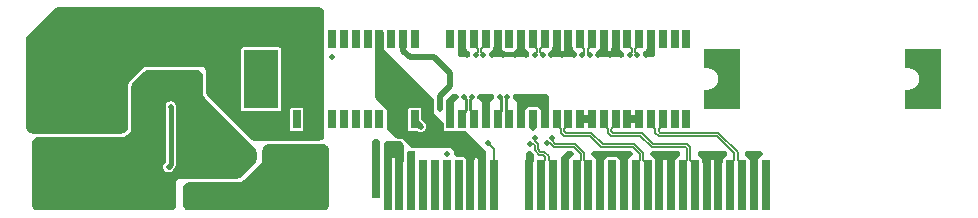
<source format=gbl>
G04 #@! TF.GenerationSoftware,KiCad,Pcbnew,7.0.10*
G04 #@! TF.CreationDate,2024-02-13T01:05:36+00:00*
G04 #@! TF.ProjectId,WYSE_5070_Riser,57595345-5f35-4303-9730-5f5269736572,rev?*
G04 #@! TF.SameCoordinates,Original*
G04 #@! TF.FileFunction,Copper,L4,Bot*
G04 #@! TF.FilePolarity,Positive*
%FSLAX46Y46*%
G04 Gerber Fmt 4.6, Leading zero omitted, Abs format (unit mm)*
G04 Created by KiCad (PCBNEW 7.0.10) date 2024-02-13 01:05:36*
%MOMM*%
%LPD*%
G01*
G04 APERTURE LIST*
G04 Aperture macros list*
%AMFreePoly0*
4,1,25,2.100000,0.900000,1.800000,0.900000,1.705665,0.897535,1.521119,0.858308,1.348761,0.781569,1.196124,0.670672,1.069880,0.530464,0.975545,0.367071,0.917243,0.187636,0.900000,0.023576,0.900000,-0.023576,0.917243,-0.187636,0.975545,-0.367071,1.069880,-0.530464,1.196124,-0.670672,1.348761,-0.781569,1.521119,-0.858308,1.705665,-0.897535,1.800000,-0.900000,2.100000,-0.900000,
2.100000,-2.500000,-0.900000,-2.500000,-0.900000,2.500000,2.100000,2.500000,2.100000,0.900000,2.100000,0.900000,$1*%
G04 Aperture macros list end*
G04 #@! TA.AperFunction,ConnectorPad*
%ADD10R,0.700000X3.200000*%
G04 #@! TD*
G04 #@! TA.AperFunction,ConnectorPad*
%ADD11R,0.700000X4.300000*%
G04 #@! TD*
G04 #@! TA.AperFunction,SMDPad,CuDef*
%ADD12FreePoly0,180.000000*%
G04 #@! TD*
G04 #@! TA.AperFunction,SMDPad,CuDef*
%ADD13R,0.700000X1.600000*%
G04 #@! TD*
G04 #@! TA.AperFunction,SMDPad,CuDef*
%ADD14R,3.000000X5.000000*%
G04 #@! TD*
G04 #@! TA.AperFunction,ViaPad*
%ADD15C,0.500000*%
G04 #@! TD*
G04 #@! TA.AperFunction,Conductor*
%ADD16C,0.149352*%
G04 #@! TD*
G04 #@! TA.AperFunction,Conductor*
%ADD17C,0.700000*%
G04 #@! TD*
G04 #@! TA.AperFunction,Conductor*
%ADD18C,0.200000*%
G04 #@! TD*
G04 #@! TA.AperFunction,Conductor*
%ADD19C,0.500000*%
G04 #@! TD*
G04 #@! TA.AperFunction,Conductor*
%ADD20C,0.248158*%
G04 #@! TD*
G04 #@! TA.AperFunction,Conductor*
%ADD21C,0.400000*%
G04 #@! TD*
G04 APERTURE END LIST*
D10*
X95100000Y-59400000D03*
D11*
X96100000Y-59950000D03*
X97100000Y-59950000D03*
X98100000Y-59950000D03*
X99100000Y-59950000D03*
X100100000Y-59950000D03*
X101100000Y-59950000D03*
X102100000Y-59950000D03*
X103100000Y-59950000D03*
X104100000Y-59950000D03*
X105100000Y-59950000D03*
X108100000Y-59950000D03*
X109100000Y-59950000D03*
X110100000Y-59950000D03*
X111100000Y-59950000D03*
X112100000Y-59950000D03*
X113100000Y-59950000D03*
X114100000Y-59950000D03*
X115100000Y-59950000D03*
X116100000Y-59950000D03*
X117100000Y-59950000D03*
X118100000Y-59950000D03*
X119100000Y-59950000D03*
X120100000Y-59950000D03*
X121100000Y-59950000D03*
X122100000Y-59950000D03*
X123100000Y-59950000D03*
X124100000Y-59950000D03*
X125100000Y-59950000D03*
X126100000Y-59950000D03*
X127100000Y-59950000D03*
X128100000Y-59950000D03*
D12*
X142000000Y-51000000D03*
D13*
X88400000Y-54400000D03*
X89400000Y-54400000D03*
X90400000Y-54400000D03*
X91400000Y-54400000D03*
X92400000Y-54400000D03*
X93400000Y-54400000D03*
X94400000Y-54400000D03*
X95400000Y-54400000D03*
X96400000Y-54400000D03*
X97400000Y-54400000D03*
X98400000Y-54400000D03*
X101400000Y-54400000D03*
X102400000Y-54400000D03*
X103400000Y-54400000D03*
X104400000Y-54400000D03*
X105400000Y-54400000D03*
X106400000Y-54400000D03*
X107400000Y-54400000D03*
X108400000Y-54400000D03*
X109400000Y-54400000D03*
X110400000Y-54400000D03*
X111400000Y-54400000D03*
X112400000Y-54400000D03*
X113400000Y-54400000D03*
X114400000Y-54400000D03*
X115400000Y-54400000D03*
X116400000Y-54400000D03*
X117400000Y-54400000D03*
X118400000Y-54400000D03*
X119400000Y-54400000D03*
X120400000Y-54400000D03*
X121400000Y-54400000D03*
X88400000Y-47600000D03*
X89400000Y-47600000D03*
X90400000Y-47600000D03*
X91400000Y-47600000D03*
X92400000Y-47600000D03*
X93400000Y-47600000D03*
X94400000Y-47600000D03*
X95400000Y-47600000D03*
X96400000Y-47600000D03*
X97400000Y-47600000D03*
X98400000Y-47600000D03*
X101400000Y-47600000D03*
X102400000Y-47600000D03*
X103400000Y-47600000D03*
X104400000Y-47600000D03*
X105400000Y-47600000D03*
X106400000Y-47600000D03*
X107400000Y-47600000D03*
X108400000Y-47600000D03*
X109400000Y-47600000D03*
X110400000Y-47600000D03*
X111400000Y-47600000D03*
X112400000Y-47600000D03*
X113400000Y-47600000D03*
X114400000Y-47600000D03*
X115400000Y-47600000D03*
X116400000Y-47600000D03*
X117400000Y-47600000D03*
X118400000Y-47600000D03*
X119400000Y-47600000D03*
X120400000Y-47600000D03*
X121400000Y-47600000D03*
D14*
X85400000Y-51000000D03*
D12*
X125000000Y-51000000D03*
D15*
X103586500Y-48900000D03*
X104213500Y-48900000D03*
X108586500Y-48900000D03*
X109213500Y-48900000D03*
X112586500Y-48905482D03*
X113213500Y-48905482D03*
X116586500Y-48900000D03*
X117213500Y-48900000D03*
X113950000Y-48900000D03*
X118600000Y-57300000D03*
X75000000Y-55000000D03*
X108400000Y-55150000D03*
X108100000Y-57300000D03*
X101850000Y-52500000D03*
X82500000Y-56000000D03*
X79500000Y-56000000D03*
X98100000Y-57300000D03*
X67000000Y-59600000D03*
X80500000Y-56000000D03*
X104850000Y-52500000D03*
X105900000Y-48900000D03*
X107850000Y-48900000D03*
X80500000Y-55000000D03*
X95100000Y-56350000D03*
X76000000Y-58100000D03*
X91400000Y-54400000D03*
X83500000Y-56000000D03*
X111850000Y-48900000D03*
X74500000Y-59600000D03*
X114600000Y-57300000D03*
X101100000Y-57300000D03*
X116400000Y-54400000D03*
X79500000Y-55000000D03*
X77000000Y-56000000D03*
X103950000Y-52500000D03*
X68500000Y-59600000D03*
X73000000Y-61100000D03*
X78500000Y-57000000D03*
X106950000Y-52500000D03*
X79500000Y-57000000D03*
X120400000Y-54400000D03*
X78500000Y-56000000D03*
X81500000Y-56000000D03*
X114900000Y-48900000D03*
X84500000Y-57000000D03*
X82500000Y-55000000D03*
X115850000Y-48900000D03*
X91400000Y-47600000D03*
X71500000Y-59600000D03*
X124600000Y-57300000D03*
X77000000Y-55000000D03*
X120600000Y-57300000D03*
X78500000Y-55000000D03*
X71500000Y-61100000D03*
X81500000Y-57000000D03*
X82500000Y-57000000D03*
X126600000Y-57300000D03*
X76000000Y-55000000D03*
X127600000Y-57300000D03*
X83500000Y-57000000D03*
X70000000Y-61100000D03*
X116600000Y-57300000D03*
X76000000Y-61100000D03*
X67000000Y-61100000D03*
X112400000Y-54400000D03*
X107850000Y-52500000D03*
X80500000Y-57000000D03*
X77000000Y-57000000D03*
X106900000Y-48900000D03*
X74500000Y-58100000D03*
X70000000Y-59600000D03*
X111600000Y-57300000D03*
X113600000Y-57300000D03*
X102850000Y-48900000D03*
X68500000Y-61100000D03*
X121400000Y-47600000D03*
X109950000Y-48900000D03*
X73000000Y-58100000D03*
X104950000Y-48900000D03*
X81500000Y-55000000D03*
X117950000Y-48900000D03*
X94400000Y-47600000D03*
X73000000Y-59600000D03*
X91400000Y-49100000D03*
X74500000Y-61100000D03*
X122600000Y-57300000D03*
X110900000Y-48900000D03*
X90500000Y-58500000D03*
X97100000Y-57300000D03*
X96100000Y-57300000D03*
X79000000Y-60250000D03*
X79000000Y-61500000D03*
X89000000Y-58500000D03*
X90500000Y-57000000D03*
X81000000Y-61500000D03*
X81000000Y-60250000D03*
X86000000Y-57000000D03*
X90500000Y-60000000D03*
X89000000Y-60000000D03*
X89000000Y-57000000D03*
X83000000Y-61500000D03*
X87500000Y-57000000D03*
X97100000Y-56600000D03*
X84000000Y-61500000D03*
X87500000Y-58500000D03*
X89000000Y-61500000D03*
X87500000Y-60000000D03*
X96100000Y-56600000D03*
X86000000Y-58500000D03*
X82000000Y-61500000D03*
X82000000Y-60250000D03*
X83000000Y-60250000D03*
X100100000Y-56050000D03*
X101100000Y-56050000D03*
X102100000Y-56400000D03*
X102100000Y-57300000D03*
X103100000Y-57300000D03*
X100100000Y-55000000D03*
X98900000Y-55000000D03*
X104600000Y-56400000D03*
X102586500Y-52500000D03*
X108139977Y-56433333D03*
X103213500Y-52500000D03*
X108583333Y-55989977D03*
X105586500Y-52500000D03*
X109578322Y-56371678D03*
X106213500Y-52500000D03*
X110021678Y-55928322D03*
X92400000Y-47600000D03*
X93400000Y-47600000D03*
X100550000Y-53550000D03*
X98400000Y-47600000D03*
X87400000Y-49100000D03*
X88400000Y-47600000D03*
X68500000Y-53300000D03*
X71500000Y-53300000D03*
X87400000Y-50600000D03*
X71500000Y-54800000D03*
X90400000Y-47600000D03*
X89400000Y-49100000D03*
X67000000Y-54800000D03*
X89400000Y-50600000D03*
X70000000Y-48800000D03*
X67000000Y-47300000D03*
X70000000Y-54800000D03*
X68500000Y-45800000D03*
X90400000Y-49100000D03*
X88400000Y-46100000D03*
X70000000Y-51800000D03*
X73000000Y-51800000D03*
X88400000Y-49100000D03*
X68500000Y-47300000D03*
X88400000Y-50600000D03*
X70000000Y-47300000D03*
X73000000Y-53300000D03*
X68500000Y-54800000D03*
X71500000Y-50300000D03*
X87400000Y-46100000D03*
X89400000Y-47600000D03*
X71500000Y-51800000D03*
X73000000Y-54800000D03*
X70000000Y-50300000D03*
X90400000Y-46100000D03*
X71500000Y-48800000D03*
X89400000Y-46100000D03*
X83250000Y-50800000D03*
X70000000Y-53300000D03*
X90400000Y-50600000D03*
X87400000Y-47600000D03*
X67000000Y-53300000D03*
X70000000Y-45800000D03*
X77550000Y-58400000D03*
X77750000Y-53300000D03*
D16*
X103761824Y-48411824D02*
X103761824Y-48724676D01*
X103761824Y-48724676D02*
X103586500Y-48900000D01*
X103400000Y-48050000D02*
X103761824Y-48411824D01*
X103400000Y-47600000D02*
X103400000Y-48050000D01*
X104038176Y-48724676D02*
X104213500Y-48900000D01*
X104400000Y-48050000D02*
X104038176Y-48411824D01*
X104038176Y-48411824D02*
X104038176Y-48724676D01*
X104400000Y-47600000D02*
X104400000Y-48050000D01*
X108400000Y-47600000D02*
X108400000Y-48050000D01*
X108761824Y-48411824D02*
X108761824Y-48724676D01*
X108761824Y-48724676D02*
X108586500Y-48900000D01*
X108400000Y-48050000D02*
X108761824Y-48411824D01*
X109400000Y-48050000D02*
X109038176Y-48411824D01*
X109038176Y-48411824D02*
X109038176Y-48724676D01*
X109038176Y-48724676D02*
X109213500Y-48900000D01*
X109400000Y-47600000D02*
X109400000Y-48050000D01*
X112400000Y-47600000D02*
X112400000Y-48050000D01*
X112761824Y-48411824D02*
X112761824Y-48730158D01*
X112400000Y-48050000D02*
X112761824Y-48411824D01*
X112761824Y-48730158D02*
X112586500Y-48905482D01*
X113038176Y-48730158D02*
X113213500Y-48905482D01*
X113400000Y-48050000D02*
X113038176Y-48411824D01*
X113038176Y-48411824D02*
X113038176Y-48730158D01*
X113400000Y-47600000D02*
X113400000Y-48050000D01*
X116761824Y-48724676D02*
X116586500Y-48900000D01*
X116761824Y-48411824D02*
X116761824Y-48724676D01*
X116400000Y-47600000D02*
X116400000Y-48050000D01*
X116400000Y-48050000D02*
X116761824Y-48411824D01*
X117400000Y-47600000D02*
X117400000Y-48050000D01*
X117038176Y-48724676D02*
X117213500Y-48900000D01*
X117400000Y-48050000D02*
X117038176Y-48411824D01*
X117038176Y-48411824D02*
X117038176Y-48724676D01*
D17*
X95100000Y-59400000D02*
X95100000Y-56350000D01*
X112400000Y-54400000D02*
X113400000Y-54400000D01*
X117400000Y-54400000D02*
X116400000Y-54400000D01*
D18*
X104600000Y-56400000D02*
X105100000Y-56900000D01*
D19*
X98900000Y-55000000D02*
X98400000Y-54500000D01*
D18*
X105100000Y-56900000D02*
X105100000Y-59950000D01*
D19*
X98400000Y-54500000D02*
X98400000Y-54400000D01*
D16*
X109234896Y-57389207D02*
X109461824Y-57616135D01*
D20*
X102400000Y-53950000D02*
X102712421Y-53637579D01*
D16*
X108387922Y-56433333D02*
X108539708Y-56585119D01*
X108920603Y-57389207D02*
X109234896Y-57389207D01*
X109461824Y-57788176D02*
X109100000Y-58150000D01*
X109461824Y-57616135D02*
X109461824Y-57788176D01*
D20*
X102400000Y-54400000D02*
X102400000Y-53950000D01*
D16*
X108139977Y-56433333D02*
X108387922Y-56433333D01*
X109100000Y-58150000D02*
X109100000Y-59950000D01*
D20*
X102712421Y-53637579D02*
X102712421Y-52625921D01*
D16*
X108539708Y-57008312D02*
X108920603Y-57389207D01*
X108539708Y-56585119D02*
X108539708Y-57008312D01*
D20*
X102712421Y-52625921D02*
X102586500Y-52500000D01*
D16*
X108816060Y-56893840D02*
X109035075Y-57112855D01*
X109349368Y-57112855D02*
X109738176Y-57501663D01*
D20*
X103400000Y-53950000D02*
X103087579Y-53637579D01*
X103087579Y-52625921D02*
X103213500Y-52500000D01*
D16*
X110100000Y-58150000D02*
X110100000Y-59950000D01*
X109035075Y-57112855D02*
X109349368Y-57112855D01*
D20*
X103400000Y-54400000D02*
X103400000Y-53950000D01*
D16*
X109738176Y-57501663D02*
X109738176Y-57788176D01*
X108583333Y-55989977D02*
X108583333Y-56237922D01*
D20*
X103087579Y-53637579D02*
X103087579Y-52625921D01*
D16*
X108583333Y-56237922D02*
X108816060Y-56470649D01*
X108816060Y-56470649D02*
X108816060Y-56893840D01*
X109738176Y-57788176D02*
X110100000Y-58150000D01*
X110192765Y-56738176D02*
X109826267Y-56371678D01*
D20*
X105400000Y-54400000D02*
X105400000Y-53950000D01*
D16*
X112461824Y-57357236D02*
X111842764Y-56738176D01*
X111842764Y-56738176D02*
X110192765Y-56738176D01*
X112461824Y-57788176D02*
X112461824Y-57357236D01*
X109826267Y-56371678D02*
X109578322Y-56371678D01*
D20*
X105400000Y-53950000D02*
X105712421Y-53637579D01*
D16*
X112100000Y-59950000D02*
X112100000Y-58150000D01*
X112100000Y-58150000D02*
X112461824Y-57788176D01*
D20*
X105712421Y-52625921D02*
X105586500Y-52500000D01*
X105712421Y-53637579D02*
X105712421Y-52625921D01*
X106087579Y-52625921D02*
X106213500Y-52500000D01*
D16*
X111957236Y-56461824D02*
X110307235Y-56461824D01*
X113100000Y-59950000D02*
X113100000Y-58150000D01*
D20*
X106400000Y-53950000D02*
X106087579Y-53637579D01*
X106087579Y-53637579D02*
X106087579Y-52625921D01*
D16*
X112738176Y-57788176D02*
X112738176Y-57242764D01*
X112738176Y-57242764D02*
X111957236Y-56461824D01*
D20*
X106400000Y-54400000D02*
X106400000Y-53950000D01*
D16*
X110021678Y-56176267D02*
X110021678Y-55928322D01*
X113100000Y-58150000D02*
X112738176Y-57788176D01*
X110307235Y-56461824D02*
X110021678Y-56176267D01*
X110400000Y-54850000D02*
X110761824Y-55211824D01*
X117461824Y-57788176D02*
X117100000Y-58150000D01*
X110761824Y-55507236D02*
X111042764Y-55788176D01*
X117100000Y-58150000D02*
X117100000Y-59950000D01*
X111042764Y-55788176D02*
X113242764Y-55788176D01*
X116842764Y-56738176D02*
X117461824Y-57357236D01*
X114192764Y-56738176D02*
X116842764Y-56738176D01*
X110400000Y-54400000D02*
X110400000Y-54850000D01*
X113242764Y-55788176D02*
X114192764Y-56738176D01*
X117461824Y-57357236D02*
X117461824Y-57788176D01*
X110761824Y-55211824D02*
X110761824Y-55507236D01*
X118100000Y-58150000D02*
X118100000Y-59950000D01*
X117738176Y-57242764D02*
X117738176Y-57788176D01*
X113357236Y-55511824D02*
X114307236Y-56461824D01*
X111400000Y-54850000D02*
X111038176Y-55211824D01*
X117738176Y-57788176D02*
X118100000Y-58150000D01*
X114307236Y-56461824D02*
X116957236Y-56461824D01*
X111157236Y-55511824D02*
X113357236Y-55511824D01*
X111400000Y-54400000D02*
X111400000Y-54850000D01*
X116957236Y-56461824D02*
X117738176Y-57242764D01*
X111038176Y-55211824D02*
X111038176Y-55392764D01*
X111038176Y-55392764D02*
X111157236Y-55511824D01*
X114761824Y-55507236D02*
X115042764Y-55788176D01*
X121461824Y-57788176D02*
X121100000Y-58150000D01*
X114761824Y-55211824D02*
X114761824Y-55507236D01*
X115042764Y-55788176D02*
X117492764Y-55788176D01*
X121461824Y-56857236D02*
X121461824Y-57788176D01*
X114400000Y-54400000D02*
X114400000Y-54850000D01*
X118442764Y-56738176D02*
X121342764Y-56738176D01*
X114400000Y-54850000D02*
X114761824Y-55211824D01*
X121100000Y-58150000D02*
X121100000Y-59950000D01*
X117492764Y-55788176D02*
X118442764Y-56738176D01*
X121342764Y-56738176D02*
X121461824Y-56857236D01*
X122100000Y-58150000D02*
X122100000Y-59950000D01*
X115157236Y-55511824D02*
X117607236Y-55511824D01*
X115400000Y-54400000D02*
X115400000Y-54850000D01*
X121738176Y-57788176D02*
X122100000Y-58150000D01*
X121457236Y-56461824D02*
X121738176Y-56742764D01*
X115038176Y-55211824D02*
X115038176Y-55392764D01*
X117607236Y-55511824D02*
X118557236Y-56461824D01*
X115038176Y-55392764D02*
X115157236Y-55511824D01*
X115400000Y-54850000D02*
X115038176Y-55211824D01*
X121738176Y-56742764D02*
X121738176Y-57788176D01*
X118557236Y-56461824D02*
X121457236Y-56461824D01*
X118400000Y-54850000D02*
X118761824Y-55211824D01*
X119042764Y-55788176D02*
X123992764Y-55788176D01*
X123992764Y-55788176D02*
X125461824Y-57257236D01*
X118761824Y-55211824D02*
X118761824Y-55507236D01*
X118761824Y-55507236D02*
X119042764Y-55788176D01*
X118400000Y-54400000D02*
X118400000Y-54850000D01*
X125461824Y-57257236D02*
X125461824Y-57788176D01*
X125461824Y-57788176D02*
X125100000Y-58150000D01*
X125100000Y-58150000D02*
X125100000Y-59950000D01*
X119157236Y-55511824D02*
X124107236Y-55511824D01*
X125738176Y-57788176D02*
X126100000Y-58150000D01*
X126100000Y-58150000D02*
X126100000Y-59950000D01*
X119038176Y-55211824D02*
X119038176Y-55392764D01*
X119400000Y-54850000D02*
X119038176Y-55211824D01*
X124107236Y-55511824D02*
X125738176Y-57142764D01*
X119038176Y-55392764D02*
X119157236Y-55511824D01*
X125738176Y-57142764D02*
X125738176Y-57788176D01*
X119400000Y-54400000D02*
X119400000Y-54850000D01*
D19*
X101400000Y-51550000D02*
X101400000Y-50500000D01*
X100550000Y-52400000D02*
X101400000Y-51550000D01*
X100050000Y-49150000D02*
X97950000Y-49150000D01*
X101400000Y-50500000D02*
X100050000Y-49150000D01*
X97400000Y-48600000D02*
X97400000Y-47400000D01*
X100550000Y-53550000D02*
X100550000Y-52400000D01*
X97950000Y-49150000D02*
X97400000Y-48600000D01*
D21*
X77750000Y-58200000D02*
X77550000Y-58400000D01*
X77750000Y-53300000D02*
X77750000Y-58200000D01*
G04 #@! TA.AperFunction,Conductor*
G36*
X98367183Y-57068907D02*
G01*
X98378996Y-57078996D01*
X98421004Y-57121004D01*
X98448781Y-57175521D01*
X98450000Y-57191008D01*
X98450000Y-58001000D01*
X98431093Y-58059191D01*
X98381593Y-58095155D01*
X98351000Y-58100000D01*
X97849000Y-58100000D01*
X97790809Y-58081093D01*
X97754845Y-58031593D01*
X97750000Y-58001000D01*
X97750000Y-57191008D01*
X97768907Y-57132817D01*
X97778996Y-57121004D01*
X97821004Y-57078996D01*
X97875521Y-57051219D01*
X97891008Y-57050000D01*
X98308992Y-57050000D01*
X98367183Y-57068907D01*
G37*
G04 #@! TD.AperFunction*
G04 #@! TA.AperFunction,Conductor*
G36*
X110559561Y-48101902D02*
G01*
X110607222Y-48111382D01*
X110642908Y-48126163D01*
X110675050Y-48147640D01*
X110702359Y-48174949D01*
X110719513Y-48200621D01*
X110723835Y-48207089D01*
X110738616Y-48242775D01*
X110748097Y-48290436D01*
X110750000Y-48309751D01*
X110750000Y-48450000D01*
X110770096Y-48525000D01*
X110825000Y-48579904D01*
X110900000Y-48600000D01*
X110975000Y-48579904D01*
X111029904Y-48525000D01*
X111050000Y-48450000D01*
X111050000Y-48309751D01*
X111051902Y-48290438D01*
X111057353Y-48263034D01*
X111061382Y-48242775D01*
X111076162Y-48207092D01*
X111097642Y-48174946D01*
X111124946Y-48147642D01*
X111157092Y-48126162D01*
X111192775Y-48111382D01*
X111233043Y-48103373D01*
X111240439Y-48101902D01*
X111259752Y-48100000D01*
X111586965Y-48100000D01*
X111612587Y-48103373D01*
X111649375Y-48113230D01*
X111693757Y-48138853D01*
X111711146Y-48156242D01*
X111736768Y-48200621D01*
X111746626Y-48237409D01*
X111750000Y-48263034D01*
X111750000Y-48317160D01*
X111765223Y-48393694D01*
X111808578Y-48458578D01*
X112034528Y-48684528D01*
X112046840Y-48699531D01*
X112073835Y-48739932D01*
X112088616Y-48775618D01*
X112098097Y-48823279D01*
X112100000Y-48842594D01*
X112100000Y-48969535D01*
X112098097Y-48988851D01*
X112090845Y-49025305D01*
X112076064Y-49060990D01*
X112060940Y-49083625D01*
X112033625Y-49110940D01*
X112010990Y-49126064D01*
X111975306Y-49140845D01*
X111938853Y-49148097D01*
X111919536Y-49150000D01*
X109880464Y-49150000D01*
X109861148Y-49148097D01*
X109824694Y-49140845D01*
X109789009Y-49126064D01*
X109766374Y-49110940D01*
X109739059Y-49083625D01*
X109723935Y-49060990D01*
X109709153Y-49025303D01*
X109701902Y-48988849D01*
X109700000Y-48969535D01*
X109700000Y-48842594D01*
X109701902Y-48823281D01*
X109711382Y-48775620D01*
X109726162Y-48739935D01*
X109753164Y-48699524D01*
X109765472Y-48684528D01*
X109991413Y-48458587D01*
X109991421Y-48458579D01*
X110034776Y-48393694D01*
X110050000Y-48317157D01*
X110050000Y-48263034D01*
X110053373Y-48237412D01*
X110063230Y-48200624D01*
X110088851Y-48156244D01*
X110106244Y-48138851D01*
X110150623Y-48113230D01*
X110160732Y-48110521D01*
X110187413Y-48103373D01*
X110213035Y-48100000D01*
X110540248Y-48100000D01*
X110559561Y-48101902D01*
G37*
G04 #@! TD.AperFunction*
G04 #@! TA.AperFunction,Conductor*
G36*
X102612587Y-48103373D02*
G01*
X102649375Y-48113230D01*
X102693757Y-48138853D01*
X102711146Y-48156242D01*
X102736768Y-48200621D01*
X102746626Y-48237409D01*
X102750000Y-48263034D01*
X102750000Y-48317160D01*
X102765223Y-48393694D01*
X102794314Y-48437230D01*
X102809097Y-48472918D01*
X102814034Y-48497741D01*
X102869397Y-48580599D01*
X102869402Y-48580604D01*
X102952260Y-48635966D01*
X102964878Y-48638476D01*
X103015570Y-48665570D01*
X103034528Y-48684528D01*
X103046840Y-48699531D01*
X103073835Y-48739932D01*
X103088617Y-48775622D01*
X103091183Y-48788524D01*
X103092078Y-48821923D01*
X103086977Y-48857405D01*
X103084201Y-48876718D01*
X103080853Y-48900003D01*
X103087234Y-48944385D01*
X103076801Y-49004674D01*
X103071557Y-49013476D01*
X103046839Y-49050469D01*
X103034528Y-49065471D01*
X103015471Y-49084528D01*
X103000468Y-49096840D01*
X102960067Y-49123835D01*
X102924381Y-49138616D01*
X102876720Y-49148097D01*
X102857405Y-49150000D01*
X102342595Y-49150000D01*
X102323281Y-49148098D01*
X102307313Y-49144921D01*
X102275618Y-49138617D01*
X102239932Y-49123835D01*
X102199531Y-49096840D01*
X102184528Y-49084528D01*
X102115471Y-49015471D01*
X102103159Y-49000468D01*
X102076164Y-48960067D01*
X102061382Y-48924379D01*
X102051902Y-48876718D01*
X102050000Y-48857405D01*
X102050000Y-48309751D01*
X102051902Y-48290438D01*
X102057353Y-48263034D01*
X102061382Y-48242775D01*
X102076162Y-48207092D01*
X102097642Y-48174946D01*
X102124946Y-48147642D01*
X102157092Y-48126162D01*
X102192775Y-48111382D01*
X102233043Y-48103373D01*
X102240439Y-48101902D01*
X102259752Y-48100000D01*
X102586965Y-48100000D01*
X102612587Y-48103373D01*
G37*
G04 #@! TD.AperFunction*
G04 #@! TA.AperFunction,Conductor*
G36*
X90656433Y-56500847D02*
G01*
X90671739Y-56502862D01*
X90766489Y-56515336D01*
X90791447Y-56522023D01*
X90887960Y-56562000D01*
X90910336Y-56574918D01*
X90993216Y-56638515D01*
X91011484Y-56656783D01*
X91075079Y-56739660D01*
X91088001Y-56762042D01*
X91127975Y-56858548D01*
X91134664Y-56883512D01*
X91148653Y-56989768D01*
X91149500Y-57002690D01*
X91149500Y-61597308D01*
X91148653Y-61610230D01*
X91134664Y-61716487D01*
X91127975Y-61741451D01*
X91088001Y-61837957D01*
X91075079Y-61860339D01*
X91011487Y-61943213D01*
X90993213Y-61961487D01*
X90910339Y-62025079D01*
X90887957Y-62038001D01*
X90791451Y-62077975D01*
X90766487Y-62084664D01*
X90660232Y-62098653D01*
X90647310Y-62099500D01*
X79309797Y-62099500D01*
X79296875Y-62098653D01*
X79190619Y-62084664D01*
X79165655Y-62077975D01*
X79069147Y-62038000D01*
X79046766Y-62025078D01*
X78958706Y-61957507D01*
X78948969Y-61948969D01*
X78901030Y-61901030D01*
X78892492Y-61891293D01*
X78824921Y-61803233D01*
X78811999Y-61780852D01*
X78790691Y-61729410D01*
X78772023Y-61684340D01*
X78765336Y-61659382D01*
X78750847Y-61549325D01*
X78750000Y-61536404D01*
X78750000Y-60263595D01*
X78750847Y-60250674D01*
X78752511Y-60238030D01*
X78765336Y-60140615D01*
X78772022Y-60115661D01*
X78812002Y-60019141D01*
X78824918Y-59996771D01*
X78892499Y-59908697D01*
X78901022Y-59898977D01*
X78948977Y-59851022D01*
X78958697Y-59842499D01*
X79046771Y-59774918D01*
X79069141Y-59762002D01*
X79165661Y-59722022D01*
X79190615Y-59715336D01*
X79288030Y-59702511D01*
X79300674Y-59700847D01*
X79313595Y-59700000D01*
X83542892Y-59700000D01*
X83542893Y-59700000D01*
X83672303Y-59682963D01*
X83792893Y-59633013D01*
X83896447Y-59553553D01*
X85353553Y-58096447D01*
X85433013Y-57992893D01*
X85482963Y-57872303D01*
X85500000Y-57742893D01*
X85500000Y-57006488D01*
X85500847Y-56993567D01*
X85502511Y-56980923D01*
X85515336Y-56883508D01*
X85522022Y-56858554D01*
X85562001Y-56762035D01*
X85574916Y-56739666D01*
X85638518Y-56656779D01*
X85656779Y-56638518D01*
X85739666Y-56574916D01*
X85762035Y-56562001D01*
X85858554Y-56522022D01*
X85883508Y-56515336D01*
X85980923Y-56502511D01*
X85993567Y-56500847D01*
X86006488Y-56500000D01*
X90643512Y-56500000D01*
X90656433Y-56500847D01*
G37*
G04 #@! TD.AperFunction*
G04 #@! TA.AperFunction,Conductor*
G36*
X108168139Y-57051902D02*
G01*
X108177531Y-57053770D01*
X108213220Y-57068552D01*
X108221179Y-57073870D01*
X108236182Y-57086182D01*
X108303444Y-57153444D01*
X108315753Y-57168443D01*
X108319735Y-57174402D01*
X108319736Y-57174407D01*
X108319738Y-57174407D01*
X108341317Y-57206703D01*
X108356181Y-57216634D01*
X108371183Y-57228945D01*
X108420407Y-57278169D01*
X108447499Y-57328851D01*
X108448096Y-57331851D01*
X108450000Y-57351173D01*
X108450000Y-57980308D01*
X108442463Y-58018197D01*
X108436402Y-58032828D01*
X108396663Y-58079352D01*
X108382830Y-58086401D01*
X108375448Y-58089458D01*
X108368197Y-58092462D01*
X108330309Y-58100000D01*
X107949500Y-58100000D01*
X107891309Y-58081093D01*
X107855345Y-58031593D01*
X107850500Y-58001000D01*
X107850500Y-57240508D01*
X107869407Y-57182317D01*
X107879496Y-57170505D01*
X107963817Y-57086183D01*
X107978815Y-57073874D01*
X107986781Y-57068550D01*
X108022467Y-57053770D01*
X108031865Y-57051900D01*
X108051173Y-57050000D01*
X108148827Y-57050000D01*
X108168139Y-57051902D01*
G37*
G04 #@! TD.AperFunction*
G04 #@! TA.AperFunction,Conductor*
G36*
X96942778Y-56251071D02*
G01*
X96953141Y-56252609D01*
X96972455Y-56254511D01*
X96992595Y-56255500D01*
X97185056Y-56255500D01*
X97204369Y-56257402D01*
X97224379Y-56261382D01*
X97260066Y-56276163D01*
X97300470Y-56303161D01*
X97315471Y-56315471D01*
X97384528Y-56384528D01*
X97396840Y-56399531D01*
X97423835Y-56439932D01*
X97438616Y-56475618D01*
X97448097Y-56523279D01*
X97450000Y-56542594D01*
X97450000Y-57890248D01*
X97448097Y-57909563D01*
X97438616Y-57957224D01*
X97423835Y-57992910D01*
X97402362Y-58025047D01*
X97375047Y-58052362D01*
X97342910Y-58073835D01*
X97307224Y-58088616D01*
X97259563Y-58098097D01*
X97240248Y-58100000D01*
X96959752Y-58100000D01*
X96940438Y-58098098D01*
X96924470Y-58094921D01*
X96892775Y-58088617D01*
X96857089Y-58073835D01*
X96856330Y-58073328D01*
X96824949Y-58052359D01*
X96797640Y-58025050D01*
X96776163Y-57992908D01*
X96761382Y-57957222D01*
X96751902Y-57909561D01*
X96750000Y-57890248D01*
X96750000Y-57750001D01*
X96750000Y-57750000D01*
X96729904Y-57675000D01*
X96675000Y-57620096D01*
X96600000Y-57600000D01*
X96525000Y-57620096D01*
X96470096Y-57675000D01*
X96450000Y-57750001D01*
X96450000Y-57890248D01*
X96448097Y-57909563D01*
X96438616Y-57957224D01*
X96423835Y-57992910D01*
X96402362Y-58025047D01*
X96375047Y-58052362D01*
X96342910Y-58073835D01*
X96307224Y-58088616D01*
X96259563Y-58098097D01*
X96240248Y-58100000D01*
X95959752Y-58100000D01*
X95940438Y-58098098D01*
X95924470Y-58094921D01*
X95892775Y-58088617D01*
X95857089Y-58073835D01*
X95856330Y-58073328D01*
X95824949Y-58052359D01*
X95797640Y-58025050D01*
X95776163Y-57992908D01*
X95761382Y-57957222D01*
X95751902Y-57909561D01*
X95750000Y-57890248D01*
X95750000Y-56542594D01*
X95751902Y-56523281D01*
X95761382Y-56475620D01*
X95776162Y-56439935D01*
X95803164Y-56399524D01*
X95815466Y-56384533D01*
X95884533Y-56315466D01*
X95899524Y-56303164D01*
X95939935Y-56276162D01*
X95975618Y-56261382D01*
X96000864Y-56256360D01*
X96023282Y-56251902D01*
X96042595Y-56250000D01*
X96928251Y-56250000D01*
X96942778Y-56251071D01*
G37*
G04 #@! TD.AperFunction*
G04 #@! TA.AperFunction,Conductor*
G36*
X120717183Y-57068907D02*
G01*
X120728996Y-57078996D01*
X120821004Y-57171004D01*
X120848781Y-57225521D01*
X120850000Y-57241008D01*
X120850000Y-57358992D01*
X120831093Y-57417183D01*
X120821004Y-57428995D01*
X120450000Y-57799999D01*
X120450000Y-58001000D01*
X120431093Y-58059191D01*
X120381593Y-58095155D01*
X120351000Y-58100000D01*
X119849000Y-58100000D01*
X119790809Y-58081093D01*
X119754845Y-58031593D01*
X119750000Y-58001000D01*
X119750000Y-57800001D01*
X119750000Y-57800000D01*
X119749999Y-57800000D01*
X119450001Y-57800000D01*
X119450000Y-57800000D01*
X119450000Y-57800001D01*
X119450000Y-58001000D01*
X119431093Y-58059191D01*
X119381593Y-58095155D01*
X119351000Y-58100000D01*
X118849000Y-58100000D01*
X118790809Y-58081093D01*
X118754845Y-58031593D01*
X118750000Y-58001000D01*
X118750000Y-57800000D01*
X118749999Y-57799999D01*
X118378996Y-57428995D01*
X118351219Y-57374479D01*
X118350000Y-57358992D01*
X118350000Y-57241008D01*
X118368907Y-57182817D01*
X118378996Y-57171004D01*
X118471004Y-57078996D01*
X118525521Y-57051219D01*
X118541008Y-57050000D01*
X120658992Y-57050000D01*
X120717183Y-57068907D01*
G37*
G04 #@! TD.AperFunction*
G04 #@! TA.AperFunction,Conductor*
G36*
X104967183Y-52268907D02*
G01*
X104978996Y-52278996D01*
X105071004Y-52371004D01*
X105098781Y-52425521D01*
X105100000Y-52441008D01*
X105100000Y-52558992D01*
X105081093Y-52617183D01*
X105071004Y-52628995D01*
X104750000Y-52949999D01*
X104750000Y-53801000D01*
X104731093Y-53859191D01*
X104681593Y-53895155D01*
X104651000Y-53900000D01*
X104149000Y-53900000D01*
X104090809Y-53881093D01*
X104054845Y-53831593D01*
X104050000Y-53801000D01*
X104050000Y-52950000D01*
X104049999Y-52949999D01*
X103728996Y-52628995D01*
X103701219Y-52574479D01*
X103700000Y-52558992D01*
X103700000Y-52441008D01*
X103718907Y-52382817D01*
X103728996Y-52371004D01*
X103821004Y-52278996D01*
X103875521Y-52251219D01*
X103891008Y-52250000D01*
X104908992Y-52250000D01*
X104967183Y-52268907D01*
G37*
G04 #@! TD.AperFunction*
G04 #@! TA.AperFunction,Conductor*
G36*
X95559561Y-46801902D02*
G01*
X95607222Y-46811382D01*
X95642908Y-46826163D01*
X95675050Y-46847640D01*
X95702359Y-46874949D01*
X95723328Y-46906330D01*
X95723835Y-46907089D01*
X95738616Y-46942775D01*
X95748097Y-46990436D01*
X95750000Y-47009751D01*
X95750000Y-48317160D01*
X95765223Y-48393694D01*
X95808578Y-48458578D01*
X99984528Y-52634528D01*
X99996840Y-52649531D01*
X100023835Y-52689932D01*
X100038616Y-52725618D01*
X100048097Y-52773279D01*
X100050000Y-52792594D01*
X100050000Y-53767160D01*
X100065223Y-53843694D01*
X100108578Y-53908578D01*
X100784528Y-54584528D01*
X100796840Y-54599531D01*
X100823835Y-54639932D01*
X100838616Y-54675618D01*
X100847597Y-54720765D01*
X100849500Y-54740080D01*
X100849500Y-55219744D01*
X100849523Y-55219978D01*
X100849960Y-55228890D01*
X100850000Y-55229297D01*
X100862994Y-55294614D01*
X100862996Y-55294619D01*
X100896357Y-55344548D01*
X100900000Y-55350000D01*
X100955383Y-55387005D01*
X100977256Y-55391356D01*
X101020702Y-55399999D01*
X101020709Y-55399999D01*
X101020711Y-55400000D01*
X101020712Y-55400000D01*
X101021110Y-55400039D01*
X101030012Y-55400476D01*
X101030248Y-55400499D01*
X101030252Y-55400500D01*
X101030256Y-55400500D01*
X101769744Y-55400500D01*
X101769748Y-55400500D01*
X101769751Y-55400499D01*
X101769988Y-55400476D01*
X101779689Y-55400000D01*
X102020311Y-55400000D01*
X102030012Y-55400476D01*
X102030248Y-55400499D01*
X102030252Y-55400500D01*
X102030256Y-55400500D01*
X102659919Y-55400500D01*
X102679232Y-55402402D01*
X102724379Y-55411382D01*
X102760066Y-55426163D01*
X102800470Y-55453161D01*
X102815471Y-55465471D01*
X104384528Y-57034528D01*
X104396840Y-57049531D01*
X104423835Y-57089932D01*
X104438616Y-57125618D01*
X104448097Y-57173279D01*
X104450000Y-57192594D01*
X104450000Y-57936965D01*
X104446626Y-57962590D01*
X104436768Y-57999378D01*
X104411146Y-58043757D01*
X104393757Y-58061146D01*
X104349378Y-58086768D01*
X104312590Y-58096626D01*
X104286965Y-58100000D01*
X103959752Y-58100000D01*
X103940438Y-58098098D01*
X103924470Y-58094921D01*
X103892775Y-58088617D01*
X103857089Y-58073835D01*
X103856330Y-58073328D01*
X103824949Y-58052359D01*
X103797640Y-58025050D01*
X103776163Y-57992908D01*
X103761382Y-57957222D01*
X103751902Y-57909561D01*
X103750000Y-57890248D01*
X103750000Y-57800001D01*
X103750000Y-57800000D01*
X103729904Y-57725000D01*
X103675000Y-57670096D01*
X103600000Y-57650000D01*
X103525000Y-57670096D01*
X103470096Y-57725000D01*
X103450000Y-57800001D01*
X103450000Y-57890248D01*
X103448097Y-57909563D01*
X103438616Y-57957224D01*
X103423835Y-57992910D01*
X103402362Y-58025047D01*
X103375047Y-58052362D01*
X103342910Y-58073835D01*
X103307224Y-58088616D01*
X103259563Y-58098097D01*
X103240248Y-58100000D01*
X102913035Y-58100000D01*
X102887411Y-58096626D01*
X102850622Y-58086768D01*
X102806242Y-58061146D01*
X102788853Y-58043757D01*
X102763230Y-57999375D01*
X102753373Y-57962587D01*
X102750000Y-57936965D01*
X102750000Y-57882844D01*
X102749999Y-57882839D01*
X102734776Y-57806305D01*
X102691421Y-57741421D01*
X102558578Y-57608578D01*
X102493693Y-57565223D01*
X102493694Y-57565223D01*
X102417160Y-57550000D01*
X102417157Y-57550000D01*
X101959752Y-57550000D01*
X101940438Y-57548098D01*
X101924470Y-57544921D01*
X101892775Y-57538617D01*
X101857089Y-57523835D01*
X101856330Y-57523328D01*
X101824949Y-57502359D01*
X101797640Y-57475050D01*
X101776163Y-57442908D01*
X101761382Y-57407222D01*
X101751902Y-57359561D01*
X101750000Y-57340248D01*
X101750000Y-57182844D01*
X101749999Y-57182839D01*
X101748097Y-57173279D01*
X101734776Y-57106306D01*
X101734776Y-57106305D01*
X101691421Y-57041421D01*
X101508578Y-56858578D01*
X101443693Y-56815223D01*
X101443694Y-56815223D01*
X101367160Y-56800000D01*
X101367157Y-56800000D01*
X98242595Y-56800000D01*
X98223281Y-56798098D01*
X98207313Y-56794921D01*
X98175618Y-56788617D01*
X98139932Y-56773835D01*
X98099531Y-56746840D01*
X98084528Y-56734528D01*
X97458578Y-56108578D01*
X97393693Y-56065223D01*
X97393694Y-56065223D01*
X97317160Y-56050000D01*
X97317157Y-56050000D01*
X96992595Y-56050000D01*
X96973281Y-56048098D01*
X96957313Y-56044921D01*
X96925618Y-56038617D01*
X96889932Y-56023835D01*
X96849531Y-55996840D01*
X96834528Y-55984528D01*
X96115471Y-55265471D01*
X96103159Y-55250468D01*
X96082786Y-55219978D01*
X96082631Y-55219746D01*
X97849500Y-55219746D01*
X97849501Y-55219758D01*
X97861132Y-55278227D01*
X97861134Y-55278233D01*
X97905445Y-55344548D01*
X97905448Y-55344552D01*
X97971769Y-55388867D01*
X98016231Y-55397711D01*
X98030241Y-55400498D01*
X98030246Y-55400498D01*
X98030252Y-55400500D01*
X98660848Y-55400500D01*
X98703581Y-55413047D01*
X98704488Y-55411062D01*
X98710925Y-55414001D01*
X98710927Y-55414001D01*
X98710931Y-55414004D01*
X98759684Y-55428318D01*
X98764416Y-55429840D01*
X98815301Y-55447646D01*
X98815304Y-55447646D01*
X98818440Y-55448240D01*
X98828170Y-55449825D01*
X98828219Y-55449492D01*
X98835228Y-55450500D01*
X98889700Y-55450500D01*
X98893402Y-55450569D01*
X98894768Y-55450620D01*
X98951010Y-55452725D01*
X98951016Y-55452723D01*
X98953541Y-55452439D01*
X98958837Y-55451353D01*
X98964767Y-55450500D01*
X98964772Y-55450500D01*
X99020655Y-55434091D01*
X99022819Y-55433483D01*
X99082187Y-55417576D01*
X99082194Y-55417571D01*
X99084859Y-55416409D01*
X99087764Y-55414842D01*
X99089067Y-55414004D01*
X99089069Y-55414004D01*
X99141319Y-55380424D01*
X99141915Y-55380044D01*
X99197175Y-55345324D01*
X99240879Y-55294536D01*
X99240992Y-55294407D01*
X99279065Y-55250468D01*
X99282882Y-55246063D01*
X99282882Y-55246061D01*
X99284942Y-55243685D01*
X99285753Y-55242393D01*
X99285758Y-55242388D01*
X99311052Y-55184410D01*
X99311721Y-55182912D01*
X99336697Y-55128226D01*
X99336698Y-55128213D01*
X99337259Y-55126308D01*
X99339380Y-55120471D01*
X99340063Y-55117920D01*
X99340065Y-55117916D01*
X99346729Y-55058754D01*
X99347104Y-55055836D01*
X99355133Y-55000000D01*
X99355133Y-54999997D01*
X99355133Y-54992914D01*
X99355750Y-54992914D01*
X99355710Y-54990371D01*
X99355547Y-54990378D01*
X99355270Y-54982963D01*
X99344903Y-54928172D01*
X99344189Y-54923885D01*
X99336697Y-54871774D01*
X99336695Y-54871771D01*
X99334702Y-54864980D01*
X99334770Y-54864959D01*
X99330256Y-54850757D01*
X99330024Y-54849529D01*
X99305712Y-54803529D01*
X99303187Y-54798398D01*
X99299916Y-54791237D01*
X99282882Y-54753937D01*
X99281625Y-54752486D01*
X99268921Y-54733919D01*
X99266566Y-54729463D01*
X99257868Y-54720765D01*
X99232434Y-54695330D01*
X99227619Y-54690158D01*
X99198051Y-54656034D01*
X99193253Y-54652951D01*
X99176775Y-54639672D01*
X98979496Y-54442393D01*
X98951719Y-54387876D01*
X98950500Y-54372389D01*
X98950500Y-53580253D01*
X98950498Y-53580241D01*
X98942776Y-53541421D01*
X98938867Y-53521769D01*
X98894552Y-53455448D01*
X98844499Y-53422003D01*
X98828233Y-53411134D01*
X98828231Y-53411133D01*
X98828228Y-53411132D01*
X98828227Y-53411132D01*
X98769758Y-53399501D01*
X98769748Y-53399500D01*
X98030252Y-53399500D01*
X98030251Y-53399500D01*
X98030241Y-53399501D01*
X97971772Y-53411132D01*
X97971766Y-53411134D01*
X97905451Y-53455445D01*
X97905445Y-53455451D01*
X97861134Y-53521766D01*
X97861132Y-53521772D01*
X97849501Y-53580241D01*
X97849500Y-53580253D01*
X97849500Y-55219746D01*
X96082631Y-55219746D01*
X96076163Y-55210066D01*
X96061382Y-55174379D01*
X96051902Y-55126718D01*
X96050000Y-55107405D01*
X96050000Y-53682844D01*
X96049999Y-53682839D01*
X96034776Y-53606305D01*
X95991421Y-53541421D01*
X95115471Y-52665471D01*
X95103159Y-52650468D01*
X95092508Y-52634528D01*
X95076163Y-52610066D01*
X95061382Y-52574379D01*
X95051902Y-52526718D01*
X95050000Y-52507405D01*
X95050000Y-47009751D01*
X95051902Y-46990438D01*
X95061382Y-46942777D01*
X95076162Y-46907092D01*
X95097642Y-46874946D01*
X95124946Y-46847642D01*
X95157092Y-46826162D01*
X95192775Y-46811382D01*
X95218021Y-46806360D01*
X95240439Y-46801902D01*
X95259752Y-46800000D01*
X95540248Y-46800000D01*
X95559561Y-46801902D01*
G37*
G04 #@! TD.AperFunction*
G04 #@! TA.AperFunction,Conductor*
G36*
X116717183Y-57068907D02*
G01*
X116728996Y-57078996D01*
X116821004Y-57171004D01*
X116848781Y-57225521D01*
X116850000Y-57241008D01*
X116850000Y-57358992D01*
X116831093Y-57417183D01*
X116821004Y-57428995D01*
X116450000Y-57799999D01*
X116450000Y-58001000D01*
X116431093Y-58059191D01*
X116381593Y-58095155D01*
X116351000Y-58100000D01*
X115849000Y-58100000D01*
X115790809Y-58081093D01*
X115754845Y-58031593D01*
X115750000Y-58001000D01*
X115750000Y-57800001D01*
X115750000Y-57800000D01*
X115500000Y-57550000D01*
X115499999Y-57550000D01*
X114700001Y-57550000D01*
X114700000Y-57550000D01*
X114450000Y-57800000D01*
X114450000Y-57800001D01*
X114450000Y-58001000D01*
X114431093Y-58059191D01*
X114381593Y-58095155D01*
X114351000Y-58100000D01*
X113849000Y-58100000D01*
X113790809Y-58081093D01*
X113754845Y-58031593D01*
X113750000Y-58001000D01*
X113750000Y-57800000D01*
X113749999Y-57799999D01*
X113378996Y-57428995D01*
X113351219Y-57374479D01*
X113350000Y-57358992D01*
X113350000Y-57241008D01*
X113368907Y-57182817D01*
X113378996Y-57171004D01*
X113471004Y-57078996D01*
X113525521Y-57051219D01*
X113541008Y-57050000D01*
X116658992Y-57050000D01*
X116717183Y-57068907D01*
G37*
G04 #@! TD.AperFunction*
G04 #@! TA.AperFunction,Conductor*
G36*
X86340277Y-44900338D02*
G01*
X86342233Y-44900500D01*
X90247310Y-44900500D01*
X90260231Y-44901347D01*
X90273249Y-44903060D01*
X90366489Y-44915336D01*
X90391447Y-44922023D01*
X90487960Y-44962000D01*
X90510336Y-44974918D01*
X90593216Y-45038515D01*
X90611484Y-45056783D01*
X90675079Y-45139660D01*
X90688001Y-45162042D01*
X90727975Y-45258548D01*
X90734664Y-45283512D01*
X90749153Y-45393566D01*
X90750000Y-45406488D01*
X90750000Y-45800000D01*
X88050000Y-45800000D01*
X88050000Y-51600000D01*
X89050000Y-52600000D01*
X89050000Y-54200000D01*
X90750000Y-54200000D01*
X90750000Y-55693511D01*
X90749153Y-55706433D01*
X90734664Y-55816487D01*
X90727975Y-55841451D01*
X90688001Y-55937957D01*
X90675079Y-55960339D01*
X90611487Y-56043213D01*
X90593213Y-56061487D01*
X90510339Y-56125079D01*
X90487957Y-56138001D01*
X90391451Y-56177975D01*
X90366487Y-56184664D01*
X90256434Y-56199153D01*
X90243512Y-56200000D01*
X84863595Y-56200000D01*
X84850673Y-56199153D01*
X84740619Y-56184664D01*
X84715655Y-56177975D01*
X84619147Y-56138000D01*
X84596766Y-56125078D01*
X84508706Y-56057507D01*
X84498969Y-56048969D01*
X83669746Y-55219746D01*
X87849500Y-55219746D01*
X87849501Y-55219758D01*
X87861132Y-55278227D01*
X87861133Y-55278231D01*
X87905448Y-55344552D01*
X87971769Y-55388867D01*
X88016231Y-55397711D01*
X88030241Y-55400498D01*
X88030246Y-55400498D01*
X88030252Y-55400500D01*
X88030253Y-55400500D01*
X88769747Y-55400500D01*
X88769748Y-55400500D01*
X88828231Y-55388867D01*
X88894552Y-55344552D01*
X88938867Y-55278231D01*
X88950500Y-55219748D01*
X88950500Y-53580252D01*
X88950098Y-53578233D01*
X88947711Y-53566231D01*
X88938867Y-53521769D01*
X88894552Y-53455448D01*
X88894548Y-53455445D01*
X88828233Y-53411134D01*
X88828231Y-53411133D01*
X88828228Y-53411132D01*
X88828227Y-53411132D01*
X88769758Y-53399501D01*
X88769748Y-53399500D01*
X88030252Y-53399500D01*
X88030251Y-53399500D01*
X88030241Y-53399501D01*
X87971772Y-53411132D01*
X87971766Y-53411134D01*
X87905451Y-53455445D01*
X87905445Y-53455451D01*
X87861134Y-53521766D01*
X87861132Y-53521772D01*
X87849501Y-53580241D01*
X87849500Y-53580253D01*
X87849500Y-55219746D01*
X83669746Y-55219746D01*
X81969746Y-53519746D01*
X83699500Y-53519746D01*
X83699501Y-53519758D01*
X83711132Y-53578227D01*
X83711133Y-53578231D01*
X83755448Y-53644552D01*
X83821769Y-53688867D01*
X83866231Y-53697711D01*
X83880241Y-53700498D01*
X83880246Y-53700498D01*
X83880252Y-53700500D01*
X83880253Y-53700500D01*
X86919747Y-53700500D01*
X86919748Y-53700500D01*
X86978231Y-53688867D01*
X87044552Y-53644552D01*
X87088867Y-53578231D01*
X87100500Y-53519748D01*
X87100500Y-48480252D01*
X87088867Y-48421769D01*
X87044552Y-48355448D01*
X87044548Y-48355445D01*
X86978233Y-48311134D01*
X86978231Y-48311133D01*
X86978228Y-48311132D01*
X86978227Y-48311132D01*
X86919758Y-48299501D01*
X86919748Y-48299500D01*
X83880252Y-48299500D01*
X83880251Y-48299500D01*
X83880241Y-48299501D01*
X83821772Y-48311132D01*
X83821766Y-48311134D01*
X83755451Y-48355445D01*
X83755445Y-48355451D01*
X83711134Y-48421766D01*
X83711132Y-48421772D01*
X83699501Y-48480241D01*
X83699500Y-48480253D01*
X83699500Y-53519746D01*
X81969746Y-53519746D01*
X80851030Y-52401030D01*
X80842492Y-52391293D01*
X80774921Y-52303233D01*
X80761999Y-52280852D01*
X80722023Y-52184340D01*
X80715336Y-52159382D01*
X80700847Y-52049325D01*
X80700000Y-52036404D01*
X80700000Y-50291422D01*
X80700000Y-50291421D01*
X80674011Y-50160765D01*
X80600000Y-50050000D01*
X80489235Y-49975989D01*
X80358579Y-49950000D01*
X75657105Y-49950000D01*
X75527700Y-49967036D01*
X75527692Y-49967038D01*
X75407109Y-50016985D01*
X75407105Y-50016987D01*
X75303559Y-50096441D01*
X74296441Y-51103559D01*
X74216987Y-51207105D01*
X74216985Y-51207109D01*
X74167038Y-51327692D01*
X74167036Y-51327700D01*
X74150000Y-51457105D01*
X74150000Y-54936404D01*
X74149153Y-54949326D01*
X74134664Y-55059380D01*
X74127975Y-55084344D01*
X74088000Y-55180852D01*
X74075078Y-55203233D01*
X74007507Y-55291293D01*
X73998969Y-55301030D01*
X73851030Y-55448969D01*
X73841293Y-55457507D01*
X73753233Y-55525078D01*
X73730852Y-55538000D01*
X73634344Y-55577975D01*
X73609380Y-55584664D01*
X73499327Y-55599153D01*
X73486405Y-55600000D01*
X66113595Y-55600000D01*
X66100673Y-55599153D01*
X65990619Y-55584664D01*
X65965655Y-55577975D01*
X65869147Y-55538000D01*
X65846766Y-55525078D01*
X65758706Y-55457507D01*
X65748969Y-55448969D01*
X65601030Y-55301030D01*
X65592492Y-55291293D01*
X65524921Y-55203233D01*
X65511999Y-55180852D01*
X65472023Y-55084340D01*
X65465336Y-55059382D01*
X65450847Y-54949325D01*
X65450000Y-54936404D01*
X65450000Y-47663595D01*
X65450847Y-47650674D01*
X65452511Y-47638030D01*
X65465336Y-47540615D01*
X65472022Y-47515661D01*
X65512002Y-47419141D01*
X65524918Y-47396771D01*
X65592499Y-47308697D01*
X65601022Y-47298977D01*
X67848977Y-45051022D01*
X67858697Y-45042499D01*
X67946771Y-44974918D01*
X67969141Y-44962002D01*
X68065661Y-44922022D01*
X68090615Y-44915336D01*
X68186158Y-44902757D01*
X68196876Y-44901347D01*
X68209797Y-44900500D01*
X82557767Y-44900500D01*
X82559723Y-44900338D01*
X82567894Y-44900000D01*
X86332106Y-44900000D01*
X86340277Y-44900338D01*
G37*
G04 #@! TD.AperFunction*
G04 #@! TA.AperFunction,Conductor*
G36*
X90750000Y-54200000D02*
G01*
X90550000Y-54200000D01*
X89250000Y-54200000D01*
X89050000Y-54200000D01*
X89050000Y-52682843D01*
X89034776Y-52606306D01*
X88991421Y-52541421D01*
X88108579Y-51658579D01*
X88050000Y-51600000D01*
X88050000Y-45800000D01*
X90750000Y-45800000D01*
X90750000Y-54200000D01*
G37*
G04 #@! TD.AperFunction*
G04 #@! TA.AperFunction,Conductor*
G36*
X118559561Y-48101902D02*
G01*
X118607222Y-48111382D01*
X118642908Y-48126163D01*
X118675050Y-48147640D01*
X118702359Y-48174949D01*
X118719515Y-48200624D01*
X118723835Y-48207089D01*
X118738616Y-48242775D01*
X118748097Y-48290436D01*
X118750000Y-48309751D01*
X118750000Y-48857405D01*
X118748097Y-48876720D01*
X118738616Y-48924381D01*
X118723835Y-48960067D01*
X118696840Y-49000468D01*
X118684528Y-49015471D01*
X118615471Y-49084528D01*
X118600468Y-49096840D01*
X118560067Y-49123835D01*
X118524381Y-49138616D01*
X118476720Y-49148097D01*
X118457405Y-49150000D01*
X117942595Y-49150000D01*
X117923281Y-49148098D01*
X117907313Y-49144921D01*
X117875618Y-49138617D01*
X117839932Y-49123835D01*
X117799531Y-49096840D01*
X117784528Y-49084528D01*
X117765471Y-49065471D01*
X117753160Y-49050469D01*
X117728442Y-49013476D01*
X117711833Y-48954587D01*
X117712763Y-48944397D01*
X117719147Y-48900000D01*
X117707921Y-48821921D01*
X117708815Y-48788521D01*
X117711383Y-48775615D01*
X117726162Y-48739935D01*
X117753166Y-48699521D01*
X117765463Y-48684536D01*
X117784432Y-48665567D01*
X117835120Y-48638476D01*
X117847740Y-48635966D01*
X117889451Y-48608095D01*
X117930597Y-48580604D01*
X117930597Y-48580603D01*
X117930601Y-48580601D01*
X117985966Y-48497740D01*
X117990903Y-48472915D01*
X118005685Y-48437231D01*
X118034776Y-48393694D01*
X118050000Y-48317157D01*
X118050000Y-48263034D01*
X118053373Y-48237412D01*
X118063230Y-48200624D01*
X118088851Y-48156244D01*
X118106244Y-48138851D01*
X118150623Y-48113230D01*
X118160732Y-48110521D01*
X118187413Y-48103373D01*
X118213035Y-48100000D01*
X118540248Y-48100000D01*
X118559561Y-48101902D01*
G37*
G04 #@! TD.AperFunction*
G04 #@! TA.AperFunction,Conductor*
G36*
X111717183Y-57068907D02*
G01*
X111728996Y-57078996D01*
X111821004Y-57171004D01*
X111848781Y-57225521D01*
X111850000Y-57241008D01*
X111850000Y-57358992D01*
X111831093Y-57417183D01*
X111821004Y-57428995D01*
X111450000Y-57799999D01*
X111450000Y-57951000D01*
X111431093Y-58009191D01*
X111381593Y-58045155D01*
X111351000Y-58050000D01*
X110849000Y-58050000D01*
X110790809Y-58031093D01*
X110754845Y-57981593D01*
X110750000Y-57951000D01*
X110750000Y-57641008D01*
X110768907Y-57582817D01*
X110778996Y-57571004D01*
X111271004Y-57078996D01*
X111325521Y-57051219D01*
X111341008Y-57050000D01*
X111658992Y-57050000D01*
X111717183Y-57068907D01*
G37*
G04 #@! TD.AperFunction*
G04 #@! TA.AperFunction,Conductor*
G36*
X124717183Y-57068907D02*
G01*
X124728996Y-57078996D01*
X124821004Y-57171004D01*
X124848781Y-57225521D01*
X124850000Y-57241008D01*
X124850000Y-57358992D01*
X124831093Y-57417183D01*
X124821004Y-57428995D01*
X124450000Y-57799999D01*
X124450000Y-58001000D01*
X124431093Y-58059191D01*
X124381593Y-58095155D01*
X124351000Y-58100000D01*
X123849000Y-58100000D01*
X123790809Y-58081093D01*
X123754845Y-58031593D01*
X123750000Y-58001000D01*
X123750000Y-57800001D01*
X123750000Y-57800000D01*
X123749999Y-57800000D01*
X123450001Y-57800000D01*
X123450000Y-57800000D01*
X123450000Y-57800001D01*
X123450000Y-58001000D01*
X123431093Y-58059191D01*
X123381593Y-58095155D01*
X123351000Y-58100000D01*
X122849000Y-58100000D01*
X122790809Y-58081093D01*
X122754845Y-58031593D01*
X122750000Y-58001000D01*
X122750000Y-57800000D01*
X122749999Y-57799999D01*
X122378996Y-57428995D01*
X122351219Y-57374479D01*
X122350000Y-57358992D01*
X122350000Y-57241008D01*
X122368907Y-57182817D01*
X122378996Y-57171004D01*
X122471004Y-57078996D01*
X122525521Y-57051219D01*
X122541008Y-57050000D01*
X124658992Y-57050000D01*
X124717183Y-57068907D01*
G37*
G04 #@! TD.AperFunction*
G04 #@! TA.AperFunction,Conductor*
G36*
X127717183Y-57068907D02*
G01*
X127728996Y-57078996D01*
X127821004Y-57171004D01*
X127848781Y-57225521D01*
X127850000Y-57241008D01*
X127850000Y-57358992D01*
X127831093Y-57417183D01*
X127821004Y-57428995D01*
X127450000Y-57799999D01*
X127450000Y-58001000D01*
X127431093Y-58059191D01*
X127381593Y-58095155D01*
X127351000Y-58100000D01*
X126849000Y-58100000D01*
X126790809Y-58081093D01*
X126754845Y-58031593D01*
X126750000Y-58001000D01*
X126750000Y-57800000D01*
X126749999Y-57799999D01*
X126378996Y-57428995D01*
X126351219Y-57374479D01*
X126350000Y-57358992D01*
X126350000Y-57241008D01*
X126368907Y-57182817D01*
X126378996Y-57171004D01*
X126471004Y-57078996D01*
X126525521Y-57051219D01*
X126541008Y-57050000D01*
X127658992Y-57050000D01*
X127717183Y-57068907D01*
G37*
G04 #@! TD.AperFunction*
G04 #@! TA.AperFunction,Conductor*
G36*
X109567183Y-52268907D02*
G01*
X109578996Y-52278996D01*
X109721004Y-52421004D01*
X109748781Y-52475521D01*
X109750000Y-52491008D01*
X109750000Y-53801000D01*
X109731093Y-53859191D01*
X109681593Y-53895155D01*
X109651000Y-53900000D01*
X109149000Y-53900000D01*
X109090809Y-53881093D01*
X109054845Y-53831593D01*
X109050000Y-53801000D01*
X109050000Y-53600001D01*
X109050000Y-53600000D01*
X108750000Y-53300000D01*
X108749999Y-53300000D01*
X108050001Y-53300000D01*
X108050000Y-53300000D01*
X107750000Y-53600000D01*
X107750000Y-53600001D01*
X107750000Y-53801000D01*
X107731093Y-53859191D01*
X107681593Y-53895155D01*
X107651000Y-53900000D01*
X107149000Y-53900000D01*
X107090809Y-53881093D01*
X107054845Y-53831593D01*
X107050000Y-53801000D01*
X107050000Y-52950000D01*
X107049999Y-52949999D01*
X106728996Y-52628995D01*
X106701219Y-52574479D01*
X106700000Y-52558992D01*
X106700000Y-52441008D01*
X106718907Y-52382817D01*
X106728996Y-52371004D01*
X106821004Y-52278996D01*
X106875521Y-52251219D01*
X106891008Y-52250000D01*
X109508992Y-52250000D01*
X109567183Y-52268907D01*
G37*
G04 #@! TD.AperFunction*
G04 #@! TA.AperFunction,Conductor*
G36*
X114559561Y-48101902D02*
G01*
X114607222Y-48111382D01*
X114642908Y-48126163D01*
X114675050Y-48147640D01*
X114702359Y-48174949D01*
X114719513Y-48200621D01*
X114723835Y-48207089D01*
X114738616Y-48242775D01*
X114748097Y-48290436D01*
X114750000Y-48309751D01*
X114750000Y-48450000D01*
X114770096Y-48525000D01*
X114825000Y-48579904D01*
X114900000Y-48600000D01*
X114975000Y-48579904D01*
X115029904Y-48525000D01*
X115050000Y-48450000D01*
X115050000Y-48309751D01*
X115051902Y-48290438D01*
X115057353Y-48263034D01*
X115061382Y-48242775D01*
X115076162Y-48207092D01*
X115097642Y-48174946D01*
X115124946Y-48147642D01*
X115157092Y-48126162D01*
X115192775Y-48111382D01*
X115233043Y-48103373D01*
X115240439Y-48101902D01*
X115259752Y-48100000D01*
X115586965Y-48100000D01*
X115612587Y-48103373D01*
X115649375Y-48113230D01*
X115693757Y-48138853D01*
X115711146Y-48156242D01*
X115736768Y-48200621D01*
X115746626Y-48237409D01*
X115750000Y-48263034D01*
X115750000Y-48317160D01*
X115765223Y-48393694D01*
X115808578Y-48458578D01*
X116034528Y-48684528D01*
X116046840Y-48699531D01*
X116073835Y-48739932D01*
X116088616Y-48775618D01*
X116098097Y-48823279D01*
X116100000Y-48842594D01*
X116100000Y-48969535D01*
X116098097Y-48988851D01*
X116090845Y-49025305D01*
X116076064Y-49060990D01*
X116060940Y-49083625D01*
X116033625Y-49110940D01*
X116010990Y-49126064D01*
X115975306Y-49140845D01*
X115938853Y-49148097D01*
X115919536Y-49150000D01*
X113880464Y-49150000D01*
X113861148Y-49148097D01*
X113824694Y-49140845D01*
X113789009Y-49126064D01*
X113766374Y-49110940D01*
X113739059Y-49083625D01*
X113723935Y-49060990D01*
X113709153Y-49025303D01*
X113701902Y-48988849D01*
X113700000Y-48969535D01*
X113700000Y-48842594D01*
X113701902Y-48823281D01*
X113711382Y-48775620D01*
X113726162Y-48739935D01*
X113753164Y-48699524D01*
X113765472Y-48684528D01*
X113991413Y-48458587D01*
X113991421Y-48458579D01*
X114034776Y-48393694D01*
X114050000Y-48317157D01*
X114050000Y-48263034D01*
X114053373Y-48237412D01*
X114063230Y-48200624D01*
X114088851Y-48156244D01*
X114106244Y-48138851D01*
X114150623Y-48113230D01*
X114160732Y-48110521D01*
X114187413Y-48103373D01*
X114213035Y-48100000D01*
X114540248Y-48100000D01*
X114559561Y-48101902D01*
G37*
G04 #@! TD.AperFunction*
G04 #@! TA.AperFunction,Conductor*
G36*
X101967183Y-52268907D02*
G01*
X101978996Y-52278996D01*
X102071004Y-52371004D01*
X102098781Y-52425521D01*
X102100000Y-52441008D01*
X102100000Y-52558992D01*
X102081093Y-52617183D01*
X102071004Y-52628995D01*
X101750000Y-52949999D01*
X101750000Y-53801000D01*
X101731093Y-53859191D01*
X101681593Y-53895155D01*
X101651000Y-53900000D01*
X101149000Y-53900000D01*
X101090809Y-53881093D01*
X101054845Y-53831593D01*
X101050000Y-53801000D01*
X101050000Y-52841008D01*
X101068907Y-52782817D01*
X101078996Y-52771004D01*
X101571004Y-52278996D01*
X101625521Y-52251219D01*
X101641008Y-52250000D01*
X101908992Y-52250000D01*
X101967183Y-52268907D01*
G37*
G04 #@! TD.AperFunction*
G04 #@! TA.AperFunction,Conductor*
G36*
X79956433Y-50200847D02*
G01*
X79971739Y-50202862D01*
X80066489Y-50215336D01*
X80091447Y-50222023D01*
X80187960Y-50262000D01*
X80210336Y-50274918D01*
X80293216Y-50338515D01*
X80311484Y-50356783D01*
X80375079Y-50439660D01*
X80388001Y-50462042D01*
X80427975Y-50558548D01*
X80434664Y-50583512D01*
X80449153Y-50693566D01*
X80450000Y-50706488D01*
X80450000Y-52192894D01*
X80467036Y-52322299D01*
X80467038Y-52322307D01*
X80516985Y-52442890D01*
X80516987Y-52442894D01*
X80596441Y-52546440D01*
X80596443Y-52546442D01*
X80596447Y-52546447D01*
X83192892Y-55142892D01*
X84848969Y-56798969D01*
X84857507Y-56808706D01*
X84925078Y-56896766D01*
X84938000Y-56919147D01*
X84977975Y-57015655D01*
X84984664Y-57040619D01*
X84999153Y-57150673D01*
X85000000Y-57163595D01*
X85000000Y-57736404D01*
X84999153Y-57749326D01*
X84984664Y-57859380D01*
X84977975Y-57884344D01*
X84938000Y-57980852D01*
X84925078Y-58003233D01*
X84857507Y-58091293D01*
X84848969Y-58101030D01*
X83701030Y-59248969D01*
X83691293Y-59257507D01*
X83603233Y-59325078D01*
X83580852Y-59338000D01*
X83484344Y-59377975D01*
X83459380Y-59384664D01*
X83349327Y-59399153D01*
X83336405Y-59400000D01*
X78657105Y-59400000D01*
X78527700Y-59417036D01*
X78527692Y-59417038D01*
X78407109Y-59466985D01*
X78407105Y-59466987D01*
X78303559Y-59546441D01*
X78296441Y-59553559D01*
X78216987Y-59657105D01*
X78216985Y-59657109D01*
X78167038Y-59777692D01*
X78167036Y-59777700D01*
X78150000Y-59907105D01*
X78150000Y-61748827D01*
X78148098Y-61768142D01*
X78127852Y-61869922D01*
X78113070Y-61905608D01*
X78060941Y-61983626D01*
X78033626Y-62010941D01*
X77955608Y-62063070D01*
X77919922Y-62077852D01*
X77851026Y-62091556D01*
X77820653Y-62097598D01*
X77801341Y-62099500D01*
X66502690Y-62099500D01*
X66489768Y-62098653D01*
X66383512Y-62084664D01*
X66358548Y-62077975D01*
X66262042Y-62038001D01*
X66239660Y-62025079D01*
X66156783Y-61961484D01*
X66138515Y-61943216D01*
X66074918Y-61860336D01*
X66062000Y-61837960D01*
X66022023Y-61741447D01*
X66015336Y-61716489D01*
X66000847Y-61606432D01*
X66000000Y-61593511D01*
X66000000Y-58400002D01*
X77094867Y-58400002D01*
X77113302Y-58528225D01*
X77167117Y-58646061D01*
X77167118Y-58646063D01*
X77251951Y-58743967D01*
X77251952Y-58743968D01*
X77360926Y-58814001D01*
X77360931Y-58814004D01*
X77485228Y-58850500D01*
X77485230Y-58850500D01*
X77614770Y-58850500D01*
X77614772Y-58850500D01*
X77739069Y-58814004D01*
X77848049Y-58743967D01*
X77932882Y-58646063D01*
X77978043Y-58547174D01*
X77998090Y-58518301D01*
X78055484Y-58460909D01*
X78055485Y-58460906D01*
X78061124Y-58455268D01*
X78061127Y-58455263D01*
X78078050Y-58438342D01*
X78089004Y-58416841D01*
X78097110Y-58403613D01*
X78111296Y-58384089D01*
X78118750Y-58361146D01*
X78124691Y-58346802D01*
X78135646Y-58325304D01*
X78139421Y-58301467D01*
X78143046Y-58286371D01*
X78150500Y-58263433D01*
X78150500Y-58136567D01*
X78150500Y-53529021D01*
X78159447Y-53487894D01*
X78186697Y-53428226D01*
X78205133Y-53300000D01*
X78186697Y-53171774D01*
X78132882Y-53053937D01*
X78048049Y-52956033D01*
X78048048Y-52956032D01*
X78048047Y-52956031D01*
X77939073Y-52885998D01*
X77939070Y-52885996D01*
X77939069Y-52885996D01*
X77939066Y-52885995D01*
X77814774Y-52849500D01*
X77814772Y-52849500D01*
X77685228Y-52849500D01*
X77685225Y-52849500D01*
X77560933Y-52885995D01*
X77560926Y-52885998D01*
X77451952Y-52956031D01*
X77367117Y-53053938D01*
X77313302Y-53171774D01*
X77294867Y-53299997D01*
X77294867Y-53300002D01*
X77313302Y-53428224D01*
X77340553Y-53487894D01*
X77349500Y-53529021D01*
X77349500Y-57939284D01*
X77330593Y-57997475D01*
X77304023Y-58022568D01*
X77251952Y-58056031D01*
X77167117Y-58153938D01*
X77113302Y-58271774D01*
X77094867Y-58399997D01*
X77094867Y-58400002D01*
X66000000Y-58400002D01*
X66000000Y-56406488D01*
X66000847Y-56393567D01*
X66002511Y-56380923D01*
X66015336Y-56283508D01*
X66022022Y-56258554D01*
X66062001Y-56162035D01*
X66074916Y-56139666D01*
X66138518Y-56056779D01*
X66156779Y-56038518D01*
X66239666Y-55974916D01*
X66262035Y-55962001D01*
X66358554Y-55922022D01*
X66383508Y-55915336D01*
X66480923Y-55902511D01*
X66493567Y-55900847D01*
X66506488Y-55900000D01*
X73642892Y-55900000D01*
X73642893Y-55900000D01*
X73772303Y-55882963D01*
X73892893Y-55833013D01*
X73996447Y-55753553D01*
X74253553Y-55496447D01*
X74333013Y-55392893D01*
X74382963Y-55272303D01*
X74400000Y-55142893D01*
X74400000Y-51613595D01*
X74400847Y-51600674D01*
X74402511Y-51588030D01*
X74415336Y-51490615D01*
X74422022Y-51465661D01*
X74462002Y-51369141D01*
X74474918Y-51346771D01*
X74542499Y-51258697D01*
X74551022Y-51248977D01*
X75448977Y-50351022D01*
X75458697Y-50342499D01*
X75546771Y-50274918D01*
X75569141Y-50262002D01*
X75665661Y-50222022D01*
X75690615Y-50215336D01*
X75788030Y-50202511D01*
X75800674Y-50200847D01*
X75813595Y-50200000D01*
X79943512Y-50200000D01*
X79956433Y-50200847D01*
G37*
G04 #@! TD.AperFunction*
G04 #@! TA.AperFunction,Conductor*
G36*
X105612587Y-48103373D02*
G01*
X105649375Y-48113230D01*
X105693757Y-48138853D01*
X105711146Y-48156242D01*
X105736768Y-48200621D01*
X105746626Y-48237409D01*
X105750000Y-48263034D01*
X105750000Y-48317160D01*
X105765223Y-48393694D01*
X105808578Y-48458578D01*
X105941421Y-48591421D01*
X106006306Y-48634776D01*
X106006305Y-48634776D01*
X106044054Y-48642284D01*
X106082843Y-48650000D01*
X106717156Y-48650000D01*
X106717157Y-48650000D01*
X106793694Y-48634776D01*
X106858579Y-48591421D01*
X106991421Y-48458579D01*
X107034776Y-48393694D01*
X107050000Y-48317157D01*
X107050000Y-48263034D01*
X107053373Y-48237412D01*
X107063230Y-48200624D01*
X107088851Y-48156244D01*
X107106244Y-48138851D01*
X107150623Y-48113230D01*
X107160732Y-48110521D01*
X107187413Y-48103373D01*
X107213035Y-48100000D01*
X107586965Y-48100000D01*
X107612587Y-48103373D01*
X107649375Y-48113230D01*
X107693757Y-48138853D01*
X107711146Y-48156242D01*
X107736768Y-48200621D01*
X107746626Y-48237409D01*
X107750000Y-48263034D01*
X107750000Y-48317160D01*
X107765223Y-48393694D01*
X107808578Y-48458578D01*
X108034528Y-48684528D01*
X108046840Y-48699531D01*
X108073835Y-48739932D01*
X108088616Y-48775618D01*
X108098097Y-48823279D01*
X108100000Y-48842594D01*
X108100000Y-48907405D01*
X108098097Y-48926720D01*
X108088616Y-48974381D01*
X108073835Y-49010067D01*
X108046840Y-49050468D01*
X108034528Y-49065471D01*
X108015471Y-49084528D01*
X108000468Y-49096840D01*
X107960067Y-49123835D01*
X107924381Y-49138616D01*
X107876720Y-49148097D01*
X107857405Y-49150000D01*
X104942595Y-49150000D01*
X104923281Y-49148098D01*
X104907313Y-49144921D01*
X104875618Y-49138617D01*
X104839932Y-49123835D01*
X104799531Y-49096840D01*
X104784528Y-49084528D01*
X104765471Y-49065471D01*
X104753159Y-49050468D01*
X104726164Y-49010067D01*
X104711382Y-48974379D01*
X104701902Y-48926718D01*
X104700000Y-48907405D01*
X104700000Y-48842594D01*
X104701902Y-48823281D01*
X104711382Y-48775620D01*
X104726162Y-48739935D01*
X104753164Y-48699524D01*
X104765472Y-48684528D01*
X104991413Y-48458587D01*
X104991421Y-48458579D01*
X105034776Y-48393694D01*
X105050000Y-48317157D01*
X105050000Y-48263034D01*
X105053373Y-48237412D01*
X105063230Y-48200624D01*
X105088851Y-48156244D01*
X105106244Y-48138851D01*
X105150623Y-48113230D01*
X105160732Y-48110521D01*
X105187413Y-48103373D01*
X105213035Y-48100000D01*
X105586965Y-48100000D01*
X105612587Y-48103373D01*
G37*
G04 #@! TD.AperFunction*
M02*

</source>
